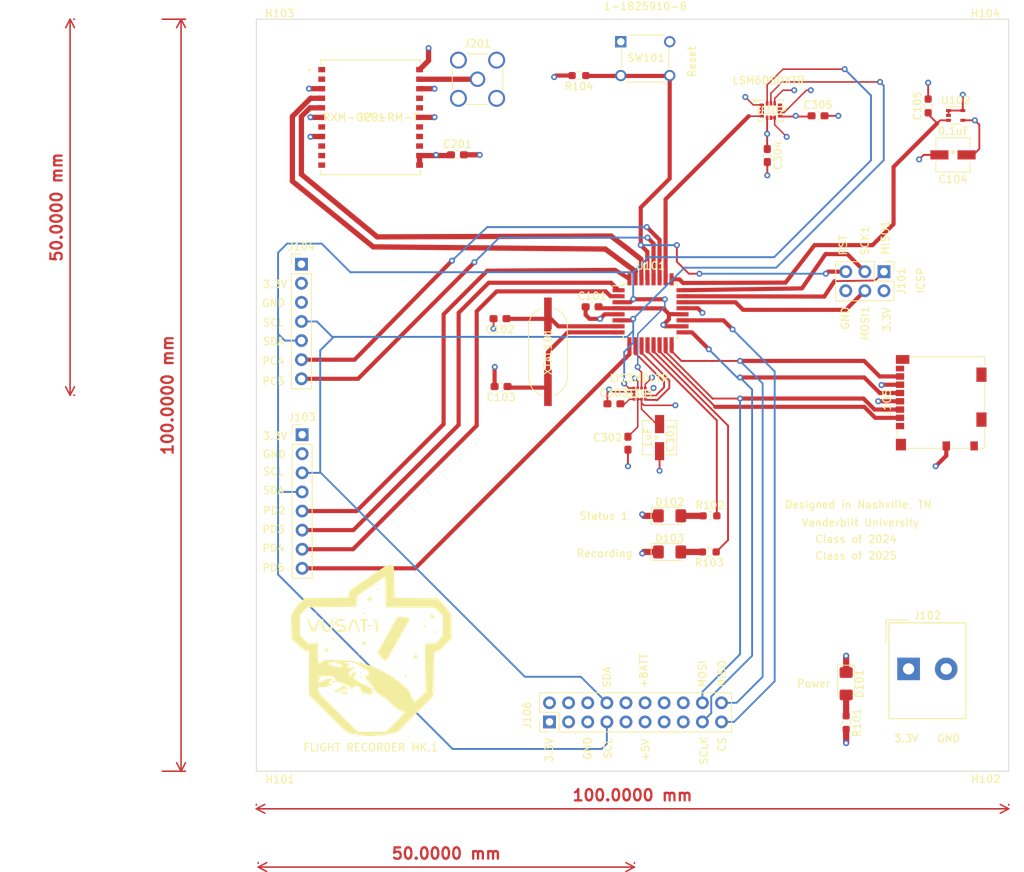
<source format=kicad_pcb>
(kicad_pcb (version 20211014) (generator pcbnew)
  (layers (0 "F.Cu" signal) (1 "In1.Cu" signal) (2 "In2.Cu" signal) (31 "B.Cu" signal) (34 "B.Paste" user) (35 "F.Paste" user) (36 "B.SilkS" user "B.Silkscreen") (37 "F.SilkS" user "F.Silkscreen") (38 "B.Mask" user) (39 "F.Mask" user) (44 "Edge.Cuts" user))
  (net 0 "")
  (net 1 "SDA")
  (net 2 "3.3V")
  (net 3 "Net-(C102-Pad1)")
  (net 4 "Net-(C103-Pad1)")
  (net 5 "/T_OUT1")
  (net 6 "Net-(C303-Pad2)")
  (net 7 "Net-(D101-Pad2)")
  (net 8 "Net-(D102-Pad2)")
  (net 9 "Net-(D103-Pad2)")
  (net 10 "/MISO1")
  (net 11 "/SCK1")
  (net 12 "/MOSI1")
  (net 13 "SCL")
  (net 14 "/PD2")
  (net 15 "/PD3")
  (net 16 "/PD4")
  (net 17 "/PD5")
  (net 20 "/SS SDC")
  (net 21 "/MOSI")
  (net 22 "/SCLK")
  (net 23 "/MISO")
  (net 31 "+5V")
  (net 32 "+BATT")
  (net 37 "/SS UPCB")
  (net 38 "Net-(J201-Pad1)")
  (net 39 "Net-(R102-Pad2)")
  (net 40 "Net-(R103-Pad1)")
  (net 41 "/RST")
  (net 42 "/DRDY")
  (net 43 "/INT_IMU")
  (net 44 "/PC4")
  (net 45 "/INT_MAG")
  (net 46 "GND")
  (net 47 "RX")
  (net 48 "TX")
  (net 62 "/PC5")
  (footprint "Resistor_SMD:R_0603_1608Metric_Pad0.98x0.95mm_HandSolder" (layer "F.Cu") (at 231.3125 147.2 180)
    (fp_text reference "R103")
    (fp_text value "40")
  )
  (footprint "Capacitor_SMD:C_0603_1608Metric_Pad1.08x0.95mm_HandSolder" (layer "F.Cu") (at 220.5 132.7375 -90)
    (fp_text reference "C302")
    (fp_text value "100nF")
  )
  (footprint "Connector_PinHeader_2.54mm:PinHeader_1x07_P2.54mm_Vertical" (layer "F.Cu") (at 177.1075 108.9325)
    (fp_text reference "J104")
    (fp_text value "Conn_01x07")
  )
  (footprint "Capacitor_SMD:C_0603_1608Metric_Pad1.08x0.95mm_HandSolder" (layer "F.Cu") (at 203.6375 125.2 180)
    (fp_text reference "C103")
    (fp_text value "25pF")
  )
  (footprint "LED_SMD:LED_1206_3216Metric_Pad1.42x1.75mm_HandSolder" (layer "F.Cu") (at 249.5 164.725 -90)
    (fp_text reference "D101")
    (fp_text value "RED")
  )
  (footprint "Capacitor_SMD:C_0603_1608Metric_Pad1.08x0.95mm_HandSolder" (layer "F.Cu") (at 197.8399 94.38785)
    (fp_text reference "C201")
    (fp_text value "0.01uF")
  )
  (footprint "Connector_PinHeader_2.54mm:PinHeader_2x10_P2.54mm_Vertical" (layer "F.Cu") (at 210.075 169.8 90)
    (fp_text reference "J106")
    (fp_text value "Conn_02x10_Top_Bottom")
  )
  (footprint "0.1uF P_Cap:UWP1H0R1MCL1GB" (layer "F.Cu") (at 263.7 94.4 180)
    (fp_text reference "C104")
    (fp_text value "0.1uF")
  )
  (footprint "Linx GPS:RXM-GPS-RM-T" (layer "F.Cu") (at 186.3024 89.41)
    (fp_text reference "U201")
    (fp_text value "RXM-GPS-RM-T")
  )
  (footprint "Capacitor_SMD:C_0603_1608Metric_Pad1.08x0.95mm_HandSolder" (layer "F.Cu") (at 215.7375 114.6)
    (fp_text reference "C101")
    (fp_text value "100nF")
  )
  (footprint "Graphics:VUSAT.pretty" (layer "F.Cu") (at 186.912213 161.801051)
    (fp_text reference "G***" hide)
    (fp_text value "LOGO" hide)
  )
  (footprint "0.1uF P_Cap:UWP1H0R1MCL1GB" (layer "F.Cu") (at 224.7 132 -90)
    (fp_text reference "C301")
    (fp_text value "1uF")
  )
  (footprint "Connector_Coaxial:SMA_Amphenol_901-144_Vertical" (layer "F.Cu") (at 200.5075 84.34)
    (fp_text reference "J201")
    (fp_text value "Conn_Coaxial")
  )
  (footprint "3-axis magnetometer:LIS3MDLTR" (layer "F.Cu") (at 222.049999 126.149999)
    (fp_text reference "U301")
    (fp_text value "LIS3MDLTR")
  )
  (footprint "8 Mhz crystal:830010043" (layer "F.Cu") (at 209.865 120.578 90)
    (fp_text reference "XTAL101")
    (fp_text value "830010043" hide)
  )
  (footprint "PushSwitch:1-1825910-8" (layer "F.Cu") (at 226.05 83.850001)
    (fp_text reference "SW101")
    (fp_text value "1-1825910-8")
  )
  (footprint "Resistor_SMD:R_0603_1608Metric_Pad0.98x0.95mm_HandSolder" (layer "F.Cu") (at 213.9875 83.85 180)
    (fp_text reference "R104")
    (fp_text value "10k")
  )
  (footprint "6-axis IMU:LSM6DSOXTR" (layer "F.Cu") (at 239.5 88.5)
    (fp_text reference "U302")
    (fp_text value "LSM6DSOXTR")
  )
  (footprint "Connector_PinHeader_2.54mm:PinHeader_2x03_P2.54mm_Vertical" (layer "F.Cu") (at 254.525 109.925 -90)
    (fp_text reference "J101")
    (fp_text value "ICSP")
  )
  (footprint "LED_SMD:LED_1206_3216Metric_Pad1.42x1.75mm_HandSolder" (layer "F.Cu") (at 226.0375 147.2)
    (fp_text reference "D103")
    (fp_text value "YELLOW")
  )
  (footprint "Connector_PinHeader_2.54mm:PinHeader_1x08_P2.54mm_Vertical" (layer "F.Cu") (at 177.2 131.6)
    (fp_text reference "J103")
    (fp_text value "Conn_01x08")
  )
  (footprint "MountingHole:MountingHole_3.2mm_M3_ISO7380" (layer "F.Cu") (at 268 173.25)
    (fp_text reference "H102")
    (fp_text value "MountingHole")
  )
  (footprint "MountingHole:MountingHole_3.2mm_M3_ISO7380" (layer "F.Cu") (at 174.2 173.25)
    (fp_text reference "H101")
    (fp_text value "MountingHole")
  )
  (footprint "MountingHole:MountingHole_3.2mm_M3_ISO7380" (layer "F.Cu") (at 268 79.45)
    (fp_text reference "H104")
    (fp_text value "MountingHole")
  )
  (footprint "Resistor_SMD:R_0603_1608Metric_Pad0.98x0.95mm_HandSolder" (layer "F.Cu") (at 260.4 87.8875 90)
    (fp_text reference "C105")
    (fp_text value "C")
  )
  (footprint "Resistor_SMD:R_0603_1608Metric_Pad0.98x0.95mm_HandSolder" (layer "F.Cu") (at 231.4 142.4)
    (fp_text reference "R102")
    (fp_text value "40")
  )
  (footprint "Package_TO_SOT_SMD:SOT-353_SC-70-5" (layer "F.Cu") (at 264.05 89.15)
    (fp_text reference "U102")
    (fp_text value "LMT84DCK")
  )
  (footprint "Capacitor_SMD:C_0603_1608Metric_Pad1.08x0.95mm_HandSolder" (layer "F.Cu") (at 218.6375 127.5)
    (fp_text reference "C303")
    (fp_text value "100nF")
  )
  (footprint "LED_SMD:LED_1206_3216Metric_Pad1.42x1.75mm_HandSolder" (layer "F.Cu") (at 226.0375 142.4)
    (fp_text reference "D102")
    (fp_text value "GREEN")
  )
  (footprint "TerminalBlock_Altech:Altech_AK300_1x02_P5.00mm_45-Degree" (layer "F.Cu") (at 257.8 162.75)
    (fp_text reference "J102")
    (fp_text value "Screw_Terminal_01x02")
  )
  (footprint "Connector_Card:microSD_HC_Molex_104031-0811" (layer "F.Cu") (at 262.1075 127.3575 90)
    (fp_text reference "J105")
    (fp_text value "Micro_SD_Card")
  )
  (footprint "Capacitor_SMD:C_0603_1608Metric_Pad1.08x0.95mm_HandSolder" (layer "F.Cu") (at 239.02 94.4825 -90)
    (fp_text reference "C304")
    (fp_text value "100nF")
  )
  (footprint "Resistor_SMD:R_0603_1608Metric_Pad0.98x0.95mm_HandSolder" (layer "F.Cu") (at 249.5 169.9 -90)
    (fp_text reference "R101")
    (fp_text value "40")
  )
  (footprint "Package_QFP:TQFP-32_7x7mm_P0.8mm" (layer "F.Cu") (at 223.5 115.2)
    (fp_text reference "U101")
    (fp_text value "ATmega328PB-A")
  )
  (footprint "MountingHole:MountingHole_3.2mm_M3_ISO7380" (layer "F.Cu") (at 174.2 79.45)
    (fp_text reference "H103")
    (fp_text value "MountingHole")
  )
  (footprint "Capacitor_SMD:C_0603_1608Metric_Pad1.08x0.95mm_HandSolder" (layer "F.Cu") (at 203.5 116.175 180)
    (fp_text reference "C102")
    (fp_text value "25pF")
  )
  (footprint "Capacitor_SMD:C_0603_1608Metric_Pad1.08x0.95mm_HandSolder" (layer "F.Cu") (at 245.7675 89.2)
    (fp_text reference "C305")
    (fp_text value "100nF")
  )
  (gr_rect locked (start 171.1075 76.3575) (end 271.1075 176.3575) (layer "Edge.Cuts") (width 0.1) (fill none))
  (gr_text "RST" (at 249.1 106.4 90) (layer "F.SilkS") (effects (font (size 1 1))))
  (gr_text "MOSI1" (at 252 116.8 90) (layer "F.SilkS") (effects (font (size 1 1))))
  (gr_text "GND" (at 215.135 173.335 90) (layer "F.SilkS") (effects (font (size 1 1))))
  (gr_text "MISO" (at 233 163.4 90) (layer "F.SilkS") (effects (font (size 1 1))))
  (gr_text "GND" (at 173.5 134.2) (layer "F.SilkS") (effects (font (size 1 1))))
  (gr_text "MOSI" (at 230.4 163.4 90) (layer "F.SilkS") (effects (font (size 1 1))))
  (gr_text "Designed in Nashville, TN" (at 251.1 140.9) (layer "F.SilkS") (effects (font (size 1 1))))
  (gr_text "3.3V" (at 257.5 172) (layer "F.SilkS") (effects (font (size 1 1))))
  (gr_text "SCLK" (at 230.6 173.6 90) (layer "F.SilkS") (effects (font (size 1 1))))
  (gr_text "PC5" (at 173.4 124.5) (layer "F.SilkS") (effects (font (size 1 1))))
  (gr_text "Class of 2025" (at 250.8 147.7) (layer "F.SilkS") (effects (font (size 1 1))))
  (gr_text "SDA" (at 173.4 119.2) (layer "F.SilkS") (effects (font (size 1 1))))
  (gr_text "SCL" (at 173.4 136.5) (layer "F.SilkS") (effects (font (size 1 1))))
  (gr_text "3.3V" (at 254.9 116.3 90) (layer "F.SilkS") (effects (font (size 1 1))))
  (gr_text "Reset" (at 229 82 90) (layer "F.SilkS") (effects (font (size 1 1))))
  (gr_text "PC4" (at 173.4 121.8) (layer "F.SilkS") (effects (font (size 1 1))))
  (gr_text "MISO1" (at 254.7 105.4 90) (layer "F.SilkS") (effects (font (size 1 1))))
  (gr_text "CS" (at 233 172.8 90) (layer "F.SilkS") (effects (font (size 1 1))))
  (gr_text "Status 1" (at 217.3 142.4) (layer "F.SilkS") (effects (font (size 1 1))))
  (gr_text "Power" (at 245.2 164.7) (layer "F.SilkS") (effects (font (size 1 1))))
  (gr_text "SDA" (at 173.4 139) (layer "F.SilkS") (effects (font (size 1 1))))
  (gr_text "+BATT" (at 222.6 163 90) (layer "F.SilkS") (effects (font (size 1 1))))
  (gr_text "SCL" (at 173.4 116.7) (layer "F.SilkS") (effects (font (size 1 1))))
  (gr_text "3.3V" (at 173.6 131.8) (layer "F.SilkS") (effects (font (size 1 1))))
  (gr_text "GND" (at 249.4 116.1 90) (layer "F.SilkS") (effects (font (size 1 1))))
  (gr_text "Class of 2024" (at 250.8 145.5) (layer "F.SilkS") (effects (font (size 1 1))))
  (gr_text "Recording" (at 217.4 147.4) (layer "F.SilkS") (effects (font (size 1 1))))
  (gr_text "SCL" (at 217.835 173.335 90) (layer "F.SilkS") (effects (font (size 1 1))))
  (gr_text "SCK1" (at 252 105.8 90) (layer "F.SilkS") (effects (font (size 1 1))))
  (gr_text "3.3V" (at 173.6 111.6) (layer "F.SilkS") (effects (font (size 1 1))))
  (gr_text "+5V" (at 222.835 173.535 90) (layer "F.SilkS") (effects (font (size 1 1))))
  (gr_text "ICSP" (at 259.4 111.1 90) (layer "F.SilkS") (effects (font (size 1 1))))
  (gr_text "Vanderbilt University" (at 251.4 143.3) (layer "F.SilkS") (effects (font (size 1 1))))
  (gr_text "PD2" (at 173.5 141.7) (layer "F.SilkS") (effects (font (size 1 1))))
  (gr_text "GND" (at 173.4 114.1) (layer "F.SilkS") (effects (font (size 1 1))))
  (gr_text "PD5" (at 173.4 149.3) (layer "F.SilkS") (effects (font (size 1 1))))
  (gr_text "3.3V" (at 210.035 173.535 90) (layer "F.SilkS") (effects (font (size 1 1))))
  (gr_text "GND" (at 263.1 172) (layer "F.SilkS") (effects (font (size 1 1))))
  (gr_text "FLIGHT RECORDER MK.1" (at 186.3 173.2) (layer "F.SilkS") (effects (font (size 1 1))))
  (gr_text "PD3" (at 173.4 144.2) (layer "F.SilkS") (effects (font (size 1 1))))
  (gr_text "SDA" (at 217.6925 163.8425 90) (layer "F.SilkS") (effects (font (size 1 1))))
  (gr_text "PD4" (at 173.4 146.7) (layer "F.SilkS") (effects (font (size 1 1))))
  (dimension (type aligned) (layer "F.Cu") (pts (xy 158.1075 76.3575) (xy 158.1075 176.3575)) (height -3) (gr_text "100.0000 mm" (at 159.3075 126.3575 90) (layer "F.Cu") (effects (font (size 1.5 1.5) (thickness 0.3)))) (format (units 3) (units_format 1) (precision 4)) (style (thickness 0.2) (arrow_length 1.27) (text_position_mode 0) (extension_height 0.58642) (extension_offset 0.5) keep_text_aligned))
  (dimension (type aligned) (layer "F.Cu") (pts (xy 146.3575 76.3575) (xy 146.3575 126.3575)) (height 0) (gr_text "50.0000 mm" (at 144.5575 101.3575 90) (layer "F.Cu") (effects (font (size 1.5 1.5) (thickness 0.3)))) (format (units 3) (units_format 1) (precision 4)) (style (thickness 0.2) (arrow_length 1.27) (text_position_mode 0) (extension_height 0.58642) (extension_offset 0.5) keep_text_aligned))
  (dimension (type aligned) (layer "F.Cu") (pts (xy 171.3575 189.1075) (xy 221.3575 189.1075)) (height 0) (gr_text "50.0000 mm" (at 196.3575 187.3075) (layer "F.Cu") (effects (font (size 1.5 1.5) (thickness 0.3)))) (format (units 3) (units_format 1) (precision 4)) (style (thickness 0.2) (arrow_length 1.27) (text_position_mode 0) (extension_height 0.58642) (extension_offset 0.5) keep_text_aligned))
  (dimension (type aligned) (layer "F.Cu") (pts (xy 171.1075 181.3575) (xy 271.1075 181.3575)) (height 0) (gr_text "100.0000 mm" (at 221.1075 179.5575) (layer "F.Cu") (effects (font (size 1.5 1.5) (thickness 0.3)))) (format (units 3) (units_format 1) (precision 4)) (style (thickness 0.2) (arrow_length 1.27) (text_position_mode 0) (extension_height 0.58642) (extension_offset 0.5) keep_text_aligned))
  (segment (start 239.000001 87.5437) (end 239.000001 85.099999) (width 0.2) (layer "F.Cu") (net 1))
  (segment (start 222.299999 123.299999) (end 221.8 122.8) (width 0.2) (layer "F.Cu") (net 1))
  (segment (start 241.1 83) (end 249.3 83) (width 0.2) (layer "F.Cu") (net 1))
  (segment (start 222.299999 125.399998) (end 222.299999 123.299999) (width 0.2) (layer "F.Cu") (net 1))
  (segment (start 239.000001 85.099999) (end 241.1 83) (width 0.2) (layer "F.Cu") (net 1))
  (segment (start 219.25 114) (end 220.8 114) (width 0.55) (layer "F.Cu") (net 1))
  (segment (start 220.8 114) (end 221.2 113.6) (width 0.55) (layer "F.Cu") (net 1))
  (segment (start 225.4 113.6) (end 221.2 113.6) (width 0.55) (layer "F.Cu") (net 1))
  (segment (start 221.8 122.8) (end 221.8 122.6) (width 0.2) (layer "F.Cu") (net 1))
  (via (at 225.4 113.6) (size 0.8) (drill 0.4) (layers "F.Cu" "B.Cu") (net 1))
  (via (at 249.3 83) (size 0.8) (drill 0.4) (layers "F.Cu" "B.Cu") (net 1))
  (via (at 221.225 113.575) (size 0.8) (drill 0.4) (layers "F.Cu" "B.Cu") (net 1))
  (via (at 221.8 122.6) (size 0.8) (drill 0.4) (layers "F.Cu" "B.Cu") (net 1))
  (segment (start 197.2 173.4) (end 174 150.2) (width 0.25) (layer "B.Cu") (net 1))
  (segment (start 174 118.2) (end 174.8925 119.0925) (width 0.25) (layer "B.Cu") (net 1))
  (segment (start 217.695 172.705) (end 217 173.4) (width 0.25) (layer "B.Cu") (net 1))
  (segment (start 221.2 110) (end 221.2 113.6) (width 0.25) (layer "B.Cu") (net 1))
  (segment (start 174.8925 119.0925) (end 177.1075 119.0925) (width 0.25) (layer "B.Cu") (net 1))
  (segment (start 225.4 114.6) (end 225.4 113.6) (width 0.2) (layer "B.Cu") (net 1))
  (segment (start 239.92785 108) (end 223.2 108) (width 0.25) (layer "B.Cu") (net 1))
  (segment (start 252.8 95.12785) (end 252.8 86.5) (width 0.25) (layer "B.Cu") (net 1))
  (segment (start 221.8 118.2) (end 225.4 114.6) (width 0.2) (layer "B.Cu") (net 1))
  (segment (start 223.2 108) (end 221.2 110) (width 0.25) (layer "B.Cu") (net 1))
  (segment (start 221.8 122.6) (end 221.8 118.2) (width 0.2) (layer "B.Cu") (net 1))
  (segment (start 183.6 110) (end 221.2 110) (width 0.25) (layer "B.Cu") (net 1))
  (segment (start 174 107.4) (end 175.2 106.2) (width 0.25) (layer "B.Cu") (net 1))
  (segment (start 179.8 106.2) (end 183.6 110) (width 0.25) (layer "B.Cu") (net 1))
  (segment (start 174.005701 139.22) (end 174 139.214299) (width 0.25) (layer "B.Cu") (net 1))
  (segment (start 252.8 86.5) (end 249.3 83) (width 0.25) (layer "B.Cu") (net 1))
  (segment (start 174 139.214299) (end 174 118.2) (width 0.25) (layer "B.Cu") (net 1))
  (segment (start 252.8 95.12785) (end 239.92785 108) (width 0.25) (layer "B.Cu") (net 1))
  (segment (start 217.695 169.8) (end 217.695 172.705) (width 0.25) (layer "B.Cu") (net 1))
  (segment (start 174 118.2) (end 174 107.4) (width 0.25) (layer "B.Cu") (net 1))
  (segment (start 177.2 139.22) (end 174.005701 139.22) (width 0.25) (layer "B.Cu") (net 1))
  (segment (start 217 173.4) (end 197.2 173.4) (width 0.25) (layer "B.Cu") (net 1))
  (segment (start 174 150.2) (end 174 139.214299) (width 0.25) (layer "B.Cu") (net 1))
  (segment (start 175.2 106.2) (end 179.8 106.2) (width 0.25) (layer "B.Cu") (net 1))
  (segment (start 225.947604 116.252396) (end 225.2 117) (width 0.55) (layer "F.Cu") (net 2))
  (segment (start 194.10455 94.49) (end 195.40025 94.49) (width 0.7) (layer "F.Cu") (net 2))
  (segment (start 219.25 114.8) (end 225.33111 114.811771) (width 0.55) (layer "F.Cu") (net 2))
  (segment (start 241.1 85.8) (end 242.6 85.8) (width 0.2) (layer "F.Cu") (net 2))
  (segment (start 195.4024 94.48785) (end 196.8774 94.48785) (width 0.7) (layer "F.Cu") (net 2))
  (segment (start 225.33111 114.811771) (end 225.33111 114.951884) (width 0.55) (layer "F.Cu") (net 2))
  (segment (start 256.6575 127.1625) (end 253.7625 127.1625) (width 0.55) (layer "F.Cu") (net 2))
  (segment (start 239 93.6) (end 239.02 93.62) (width 0.25) (layer "F.Cu") (net 2))
  (segment (start 226.381952 117.193681) (end 225.393681 117.193681) (width 0.55) (layer "F.Cu") (net 2))
  (segment (start 196.8774 94.48785) (end 196.9774 94.38785) (width 0.25) (layer "F.Cu") (net 2))
  (segment (start 243.235 89.3) (end 244.9 89.3) (width 0.25) (layer "F.Cu") (net 2))
  (segment (start 265 89.8) (end 266.6 89.8) (width 0.25) (layer "F.Cu") (net 2))
  (segment (start 216.8 114.8) (end 216.6 114.6) (width 0.25) (layer "F.Cu") (net 2))
  (segment (start 227.75 117.2) (end 226.381952 117.193681) (width 0.55) (layer "F.Cu") (net 2))
  (segment (start 192.8048 95.76) (end 192.8048 94.49) (width 0.7) (layer "F.Cu") (net 2))
  (segment (start 239 89.3724) (end 239 91.14) (width 0.25) (layer "F.Cu") (net 2))
  (segment (start 222.299999 127.36313) (end 222.636869 127.7) (width 0.2) (layer "F.Cu") (net 2))
  (segment (start 222.299999 126.9) (end 222.299999 127.36313) (width 0.2) (layer "F.Cu") (net 2))
  (segment (start 222.8 124.9) (end 223.7 124) (width 0.2) (layer "F.Cu") (net 2))
  (segment (start 242.79535 89.3) (end 243.315 89.3) (width 0.25) (layer "F.Cu") (net 2))
  (segment (start 225.393681 117.193681) (end 225.2 117) (width 0.55) (layer "F.Cu") (net 2))
  (segment (start 225.33111 114.951884) (end 225.947604 115.568378) (width 0.55) (layer "F.Cu") (net 2))
  (segment (start 219.25 114.8) (end 216.8 114.8) (width 0.55) (layer "F.Cu") (net 2))
  (segment (start 225.947604 115.568378) (end 225.947604 116.252396) (width 0.55) (layer "F.Cu") (net 2))
  (segment (start 213.075 83.85) (end 210.9 83.85) (width 0.55) (layer "F.Cu") (net 2))
  (segment (start 195.40025 94.49) (end 195.4024 94.48785) (width 0.25) (layer "F.Cu") (net 2))
  (segment (start 267.2 90.4) (end 267.2 93.6) (width 0.25) (layer "F.Cu") (net 2))
  (segment (start 266.6 89.8) (end 267.2 90.4) (width 0.25) (layer "F.Cu") (net 2))
  (segment (start 239.999999 86.900001) (end 241.1 85.8) (width 0.2) (layer "F.Cu") (net 2))
  (segment (start 222.636869 127.7) (end 226.8 127.7) (width 0.2) (layer "F.Cu") (net 2))
  (segment (start 249.5 170.8125) (end 249.5 172.6125) (width 0.825) (layer "F.Cu") (net 2))
  (segment (start 221.799999 126.9) (end 221.799999 130.575001) (width 0.2) (layer "F.Cu") (net 2))
  (segment (start 242.52 89.3) (end 242.79535 89.3) (width 0.25) (layer "F.Cu") (net 2))
  (segment (start 224.2966 130.1966) (end 224.7 130.1966) (width 0.2) (layer "F.Cu") (net 2))
  (segment (start 239.999999 87.5437) (end 239.999999 86.900001) (width 0.2) (layer "F.Cu") (net 2))
  (segment (start 239 91.14) (end 239 91.935) (width 0.25) (layer "F.Cu") (net 2))
  (segment (start 222.299999 127.36313) (end 222.299999 128.199999) (width 0.2) (layer "F.Cu") (net 2))
  (segment (start 240.7837 89.3) (end 242.5513 89.3) (width 0.25) (layer "F.Cu") (net 2))
  (segment (start 222.299999 126.9) (end 221.799999 126.9) (width 0.2) (layer "F.Cu") (net 2))
  (segment (start 221.799999 130.575001) (end 220.5 131.875) (width 0.2) (layer "F.Cu") (net 2))
  (segment (start 210.9 83.85) (end 210.7 84.05) (width 0.25) (layer "F.Cu") (net 2))
  (segment (start 225.947604 115.568378) (end 227.75 115.6) (width 0.55) (layer "F.Cu") (net 2))
  (segment (start 222.8 125.399998) (end 222.8 124.9) (width 0.2) (layer "F.Cu") (net 2))
  (segment (start 267.2 93.6) (end 266.4 94.4) (width 0.25) (layer "F.Cu") (net 2))
  (segment (start 239 91.935) (end 239 93.6) (width 0.25) (layer "F.Cu") (net 2))
  (segment (start 222.299999 128.199999) (end 224.2966 130.1966) (width 0.2) (layer "F.Cu") (net 2))
  (segment (start 266.4 94.4) (end 265.5034 94.4) (width 0.25) (layer "F.Cu") (net 2))
  (segment (start 192.8048 94.49) (end 194.10455 94.49) (width 0.7) (layer "F.Cu") (net 2))
  (via (at 242.8 89.2) (size 0.8) (drill 0.4) (layers "F.Cu" "B.Cu") (net 2))
  (via (at 239 91.6) (size 0.8) (drill 0.4) (layers "F.Cu" "B.Cu") (net 2))
  (via (at 225.2 117) (size 0.8) (drill 0.4) (layers "F.Cu" "B.Cu") (net 2))
  (via (at 226.8 127.7) (size 0.8) (drill 0.4) (layers "F.Cu" "B.Cu") (net 2))
  (via (at 242.6 85.8) (size 0.8) (drill 0.4) (layers "F.Cu" "B.Cu") (net 2))
  (via (at 249.5 172.6125) (size 0.8) (drill 0.4) (layers "F.Cu" "B.Cu") (net 2))
  (via (at 253.7625 127.1625) (size 0.8) (drill 0.4) (layers "F.Cu" "B.Cu") (net 2))
  (via (at 210.7 84.05) (size 0.8) (drill 0.4) (layers "F.Cu" "B.Cu") (net 2))
  (via (at 266.6 89.8) (size 0.8) (drill 0.4) (layers "F.Cu" "B.Cu") (net 2))
  (via (at 195 94.4) (size 0.8) (drill 0.4) (layers "F.Cu" "B.Cu") (net 2))
  (via (at 223.7 124) (size 0.8) (drill 0.4) (layers "F.Cu" "B.Cu") (net 2))
  (segment (start 209.743 116.2) (end 204.6 116.2) (width 0.55) (layer "F.Cu") (net 3))
  (segment (start 219.25 117.2) (end 211.2495 117.2) (width 0.55) (layer "F.Cu") (net 3))
  (segment (start 211.2495 117.2) (end 209.865 115.8155) (width 0.55) (layer "F.Cu") (net 3))
  (segment (start 204.722 115.8155) (end 204.3625 116.175) (width 0.25) (layer "F.Cu") (net 3))
  (segment (start 204.6405 125.3405) (end 209.865 125.3405) (width 0.55) (layer "F.Cu") (net 4))
  (segment (start 212.5 118) (end 209.865 120.635) (width 0.55) (layer "F.Cu") (net 4))
  (segment (start 204.5 125.2) (end 204.6405 125.3405) (width 0.25) (layer "F.Cu") (net 4))
  (segment (start 209.865 120.635) (end 209.865 125.3405) (width 0.55) (layer "F.Cu") (net 4))
  (segment (start 219.25 118) (end 212.5 118) (width 0.55) (layer "F.Cu") (net 4))
  (segment (start 241.445464 111.380364) (end 227.823452 111.431288) (width 0.55) (layer "F.Cu") (net 5))
  (segment (start 227.342164 110.95) (end 226.3 110.95) (width 0.55) (layer "F.Cu") (net 5))
  (segment (start 227.823452 111.431288) (end 227.342164 110.95) (width 0.55) (layer "F.Cu") (net 5))
  (segment (start 255.8 96) (end 255.8 103.6) (width 0.55) (layer "F.Cu") (net 5))
  (segment (start 245.3 106.4) (end 241.445464 111.380364) (width 0.55) (layer "F.Cu") (net 5))
  (segment (start 263.1 89.8) (end 262 89.8) (width 0.25) (layer "F.Cu") (net 5))
  (segment (start 255.8 103.6) (end 253 106.4) (width 0.55) (layer "F.Cu") (net 5))
  (segment (start 260.4 89) (end 260.4 88.8) (width 0.25) (layer "F.Cu") (net 5))
  (segment (start 261.6 90.2) (end 260.4 89) (width 0.25) (layer "F.Cu") (net 5))
  (segment (start 253 106.4) (end 245.3 106.4) (width 0.55) (layer "F.Cu") (net 5))
  (segment (start 261.6 90.2) (end 255.8 96) (width 0.55) (layer "F.Cu") (net 5))
  (segment (start 262 89.8) (end 261.6 90.2) (width 0.25) (layer "F.Cu") (net 5))
  (segment (start 221.299998 126.9) (end 220.7 126.9) (width 0.2) (layer "F.Cu") (net 6))
  (segment (start 220.7 126.9) (end 220.1 127.5) (width 0.2) (layer "F.Cu") (net 6))
  (segment (start 220.1 127.5) (end 219.5 127.5) (width 0.2) (layer "F.Cu") (net 6))
  (segment (start 249.5 168.9875) (end 249.5 166.2125) (width 0.825) (layer "F.Cu") (net 7))
  (segment (start 230.4875 142.4) (end 227.525 142.4) (width 0.825) (layer "F.Cu") (net 8))
  (segment (start 230.4 147.2) (end 227.525 147.2) (width 0.825) (layer "F.Cu") (net 9))
  (segment (start 253.350489 111.099511) (end 254.525 109.925) (width 0.25) (layer "F.Cu") (net 10))
  (segment (start 247.946417 111.18632) (end 253.350489 111.099511) (width 0.25) (layer "F.Cu") (net 10))
  (segment (start 246.594329 113.238595) (end 227.75 113.2) (width 0.55) (layer "F.Cu") (net 10))
  (segment (start 247.946417 111.18632) (end 246.594329 113.238595) (width 0.55) (layer "F.Cu") (net 10))
  (segment (start 243.624567 112.152097) (end 246.76334 107.588802) (width 0.55) (layer "F.Cu") (net 11))
  (segment (start 246.76334 107.588802) (end 249.6 107.6) (width 0.55) (layer "F.Cu") (net 11))
  (segment (start 251.985 109.925) (end 249.66 107.6) (width 0.55) (layer "F.Cu") (net 11))
  (segment (start 227.75 112.4) (end 243.624567 112.152097) (width 0.55) (layer "F.Cu") (net 11))
  (segment (start 234.8 114) (end 227.75 114) (width 0.55) (layer "F.Cu") (net 12))
  (segment (start 249.45 115) (end 235.8 115) (width 0.55) (layer "F.Cu") (net 12))
  (segment (start 251.985 112.465) (end 249.45 115) (width 0.55) (layer "F.Cu") (net 12))
  (segment (start 235.8 115) (end 234.8 114) (width 0.55) (layer "F.Cu") (net 12))
  (segment (start 221 116.4) (end 221.2 116.2) (width 0.25) (layer "F.Cu") (net 13))
  (segment (start 221.299998 125.399998) (end 220.599998 125.399998) (width 0.2) (layer "F.Cu") (net 13))
  (segment (start 239.5 86.2) (end 241 84.7) (width 0.2) (layer "F.Cu") (net 13))
  (segment (start 220.599998 125.399998) (end 220 124.8) (width 0.2) (layer "F.Cu") (net 13))
  (segment (start 219.25 116.4) (end 221 116.4) (width 0.55) (layer "F.Cu") (net 13))
  (segment (start 239.5 87.5437) (end 239.5 86.2) (width 0.2) (layer "F.Cu") (net 13))
  (segment (start 241 84.7) (end 254 84.7) (width 0.2) (layer "F.Cu") (net 13))
  (via (at 221.2 116.2) (size 0.8) (drill 0.4) (layers "F.Cu" "B.Cu") (net 13))
  (via (at 254 84.7) (size 0.8) (drill 0.4) (layers "F.Cu" "B.Cu") (net 13))
  (via (at 220 124.8) (size 0.8) (drill 0.4) (layers "F.Cu" "B.Cu") (net 13))
  (segment (start 214.235 163.8) (end 206.8 163.8) (width 0.25) (layer "B.Cu") (net 13))
  (segment (start 177.2 136.68) (end 179.52 136.68) (width 0.25) (layer "B.Cu") (net 13))
  (segment (start 221.2 116.2) (end 228 109.4) (width 0.25) (layer "B.Cu") (net 13))
  (segment (start 220 120.6) (end 220 124.8) (width 0.25) (layer "B.Cu") (net 13))
  (segment (start 181.2 118.6) (end 181.4 118.6) (width 0.25) (layer "B.Cu") (net 13))
  (segment (start 196.6 118.6) (end 220.4 118.6) (width 0.25) (layer "B.Cu") (net 13))
  (segment (start 221.2 116.2) (end 221.2 117.8) (width 0.25) (layer "B.Cu") (net 13))
  (segment (start 220.4 118.6) (end 221.2 117.8) (width 0.25) (layer "B.Cu") (net 13))
  (segment (start 179.1525 116.5525) (end 181.2 118.6) (width 0.25) (layer "B.Cu") (net 13))
  (segment (start 177.1075 116.5525) (end 179.1525 116.5525) (width 0.25) (layer "B.Cu") (net 13))
  (segment (start 228 109.4) (end 240.2 109.4) (width 0.25) (layer "B.Cu") (net 13))
  (segment (start 221.2 119.4) (end 220 120.6) (width 0.25) (layer "B.Cu") (net 13))
  (segment (start 179.52 136.68) (end 179.6 136.6) (width 0.25) (layer "B.Cu") (net 13))
  (segment (start 217.695 167.26) (end 214.235 163.8) (width 0.25) (layer "B.Cu") (net 13))
  (segment (start 254.45 95.15) (end 254.5 95.1) (width 0.25) (layer "B.Cu") (net 13))
  (segment (start 254.5 85.2) (end 254 84.7) (width 0.25) (layer "B.Cu") (net 13))
  (segment (start 179.6 136.6) (end 179.6 120.4) (width 0.25) (layer "B.Cu") (net 13))
  (segment (start 221.2 117.8) (end 221.2 119.4) (width 0.25) (layer "B.Cu") (net 13))
  (segment (start 240.2 109.4) (end 254.45 95.15) (width 0.25) (layer "B.Cu") (net 13))
  (segment (start 254.5 95.1) (end 254.5 85.2) (width 0.25) (layer "B.Cu") (net 13))
  (segment (start 181.4 118.6) (end 196.6 118.6) (width 0.25) (layer "B.Cu") (net 13))
  (segment (start 179.6 136.6) (end 206.8 163.8) (width 0.25) (layer "B.Cu") (net 13))
  (segment (start 179.6 120.4) (end 181.4 118.6) (width 0.25) (layer "B.Cu") (net 13))
  (segment (start 196 130.2) (end 196 115.6) (width 0.55) (layer "F.Cu") (net 14))
  (segment (start 201.8 109.8) (end 218.776993 109.679827) (width 0.55) (layer "F.Cu") (net 14))
  (segment (start 184.44 141.76) (end 196 130.2) (width 0.55) (layer "F.Cu") (net 14))
  (segment (start 177.2 141.76) (end 184.44 141.76) (width 0.55) (layer "F.Cu") (net 14))
  (segment (start 220.7 110.9) (end 220.7 110.95) (width 0.25) (layer "F.Cu") (net 14))
  (segment (start 218.776993 109.679827) (end 220.7 110.9) (width 0.55) (layer "F.Cu") (net 14))
  (segment (start 196 115.6) (end 201.8 109.8) (width 0.55) (layer "F.Cu") (net 14))
  (segment (start 198 130.3) (end 198 115.4) (width 0.55) (layer "F.Cu") (net 15))
  (segment (start 218.25 111.4) (end 219.25 112.4) (width 0.55) (layer "F.Cu") (net 15))
  (segment (start 184 144.3) (end 198 130.3) (width 0.55) (layer "F.Cu") (net 15))
  (segment (start 202 111.4) (end 218.25 111.4) (width 0.55) (layer "F.Cu") (net 15))
  (segment (start 198 115.4) (end 202 111.4) (width 0.55) (layer "F.Cu") (net 15))
  (segment (start 177.2 144.3) (end 184 144.3) (width 0.55) (layer "F.Cu") (net 15))
  (segment (start 177.2 146.84) (end 183.96 146.84) (width 0.55) (layer "F.Cu") (net 16))
  (segment (start 203.049511 112.550489) (end 217.550489 112.550489) (width 0.55) (layer "F.Cu") (net 16))
  (segment (start 183.96 146.84) (end 200.4 130.4) (width 0.55) (layer "F.Cu") (net 16))
  (segment (start 218.2 113.2) (end 219.25 113.2) (width 0.55) (layer "F.Cu") (net 16))
  (segment (start 200.4 115.2) (end 203.049511 112.550489) (width 0.55) (layer "F.Cu") (net 16))
  (segment (start 217.550489 112.550489) (end 218.2 113.2) (width 0.55) (layer "F.Cu") (net 16))
  (segment (start 200.4 130.4) (end 200.4 115.2) (width 0.55) (layer "F.Cu") (net 16))
  (segment (start 192.22 149.38) (end 220.7 120.9) (width 0.55) (layer "F.Cu") (net 17))
  (segment (start 220.7 120.9) (end 220.7 119.45) (width 0.55) (layer "F.Cu") (net 17))
  (segment (start 177.2 149.38) (end 192.22 149.38) (width 0.55) (layer "F.Cu") (net 17))
  (segment (start 251.9 127.9) (end 232.1 127.9) (width 0.55) (layer "F.Cu") (net 20))
  (segment (start 224.7 120.5) (end 232 127.8) (width 0.25) (layer "F.Cu") (net 20))
  (segment (start 256.6575 129.3625) (end 253.3625 129.3625) (width 0.55) (layer "F.Cu") (net 20))
  (segment (start 232.1 127.9) (end 232 127.8) (width 0.25) (layer "F.Cu") (net 20))
  (segment (start 253.3625 129.3625) (end 251.9 127.9) (width 0.55) (layer "F.Cu") (net 20))
  (segment (start 224.7 119.45) (end 224.7 120.5) (width 0.55) (layer "F.Cu") (net 20))
  (segment (start 225.5 120.55) (end 231.775 126.825) (width 0.25) (layer "F.Cu") (net 21))
  (segment (start 253.2625 128.2625) (end 251.8 126.8) (width 0.55) (layer "F.Cu") (net 21))
  (segment (start 231.8 126.8) (end 231.775 126.825) (width 0.25) (layer "F.Cu") (net 21))
  (segment (start 225.5 119.45) (end 225.5 120.55) (width 0.55) (layer "F.Cu") (net 21))
  (segment (start 256.6575 128.2625) (end 253.2625 128.2625) (width 0.55) (layer "F.Cu") (net 21))
  (segment (start 251.8 126.8) (end 235.4 126.8) (width 0.55) (layer "F.Cu") (net 21))
  (segment (start 235.4 126.8) (end 231.8 126.8) (width 0.25) (layer "F.Cu") (net 21))
  (via (at 235.4 126.8) (size 0.8) (drill 0.4) (layers "F.Cu" "B.Cu") (net 21))
  (segment (start 235.4 160.8) (end 235.4 126.8) (width 0.25) (layer "B.Cu") (net 21))
  (segment (start 230.395 165.805) (end 235.4 160.8) (width 0.25) (layer "B.Cu") (net 21))
  (segment (start 230.395 167.26) (end 230.395 165.805) (width 0.25) (layer "B.Cu") (net 21))
  (segment (start 235.4 124) (end 251.9 124) (width 0.55) (layer "F.Cu") (net 22))
  (segment (start 229 118) (end 231.25 120.25) (width 0.55) (layer "F.Cu") (net 22))
  (segment (start 227.75 118) (end 229 118) (width 0.55) (layer "F.Cu") (net 22))
  (segment (start 253.9625 126.0625) (end 256.6575 126.0625) (width 0.55) (layer "F.Cu") (net 22))
  (segment (start 251.9 124) (end 253.9625 126.0625) (width 0.55) (layer "F.Cu") (net 22))
  (via (at 235.4 124) (size 0.8) (drill 0.4) (layers "F.Cu" "B.Cu") (net 22))
  (via (at 231.25 120.25) (size 0.8) (drill 0.4) (layers "F.Cu" "B.Cu") (net 22))
  (segment (start 231.569511 168.625489) (end 231.569511 166.430489) (width 0.25) (layer "B.Cu") (net 22))
  (segment (start 235 124) (end 231.25 120.25) (width 0.25) (layer "B.Cu") (net 22))
  (segment (start 235.4 124) (end 235 124) (width 0.25) (layer "B.Cu") (net 22))
  (segment (start 231.569511 166.430489) (end 237 161) (width 0.25) (layer "B.Cu") (net 22))
  (segment (start 235.4 124) (end 237 125.6) (width 0.25) (layer "B.Cu") (net 22))
  (segment (start 235.4 124) (end 235.6 124) (width 0.25) (layer "B.Cu") (net 22))
  (segment (start 230.395 169.8) (end 231.569511 168.625489) (width 0.25) (layer "B.Cu") (net 22))
  (segment (start 237 125.6) (end 237 126.2) (width 0.25) (layer "B.Cu") (net 22))
  (segment (start 237 126.2) (end 237 161) (width 0.25) (layer "B.Cu") (net 22))
  (segment (start 235.4 121.8) (end 251.8 121.8) (width 0.55) (layer "F.Cu") (net 23))
  (segment (start 227.6 121.8) (end 226.3 120.5) (width 0.25) (layer "F.Cu") (net 23))
  (segment (start 256.6575 123.8625) (end 253.9625 123.8625) (width 0.55) (layer "F.Cu") (net 23))
  (segment (start 253.9625 123.8625) (end 251.9 121.8) (width 0.55) (layer "F.Cu") (net 23))
  (segment (start 235.4 121.8) (end 227.6 121.8) (width 0.25) (layer "F.Cu") (net 23))
  (segment (start 226.3 119.45) (end 226.3 120.5) (width 0.55) (layer "F.Cu") (net 23))
  (via (at 235.4 121.8) (size 0.8) (drill 0.4) (layers "F.Cu" "B.Cu") (net 23))
  (segment (start 238.4 124.8) (end 235.4 121.8) (width 0.25) (layer "B.Cu") (net 23))
  (segment (start 232.935 167.26) (end 234.94 167.26) (width 0.25) (layer "B.Cu") (net 23))
  (segment (start 234.94 167.26) (end 238.4 163.8) (width 0.25) (layer "B.Cu") (net 23))
  (segment (start 238.4 163.8) (end 238.4 124.8) (width 0.25) (layer "B.Cu") (net 23))
  (segment (start 233.2 116.4) (end 234.4 117.6) (width 0.55) (layer "F.Cu") (net 37))
  (segment (start 227.75 116.4) (end 233.2 116.4) (width 0.55) (layer "F.Cu") (net 37))
  (via (at 234.4 117.6) (size 0.8) (drill 0.4) (layers "F.Cu" "B.Cu") (net 37))
  (segment (start 234.6 169.8) (end 240 164.4) (width 0.25) (layer "B.Cu") (net 37))
  (segment (start 240 164.4) (end 240 123.2) (width 0.25) (layer "B.Cu") (net 37))
  (segment (start 232.935 169.8) (end 234.6 169.8) (width 0.25) (layer "B.Cu") (net 37))
  (segment (start 240 123.2) (end 234.4 117.6) (width 0.25) (layer "B.Cu") (net 37))
  (segment (start 200.485 84.3625) (end 200.5075 84.34) (width 0.25) (layer "F.Cu") (net 38))
  (segment (start 200.5075 84.34) (end 192.8148 84.34) (width 0.7) (layer "F.Cu") (net 38))
  (segment (start 192.8148 84.34) (end 192.8048 84.33) (width 0.25) (layer "F.Cu") (net 38))
  (segment (start 223.1 119.45) (end 223.1 120.5) (width 0.55) (layer "F.Cu") (net 39))
  (segment (start 232.3125 129.7125) (end 232.3125 142.4) (width 0.25) (layer "F.Cu") (net 39))
  (segment (start 223.1 120.5) (end 232.3125 129.7125) (width 0.25) (layer "F.Cu") (net 39))
  (segment (start 223.9 119.45) (end 223.9 120.5) (width 0.55) (layer "F.Cu") (net 40))
  (segment (start 233.8 130.4) (end 233.8 145.625) (width 0.25) (layer "F.Cu") (net 40))
  (segment (start 233.8 145.625) (end 232.225 147.2) (width 0.25) (layer "F.Cu") (net 40))
  (segment (start 223.9 120.5) (end 233.8 130.4) (width 0.25) (layer "F.Cu") (net 40))
  (segment (start 226.050001 83.850001) (end 226.050001 97.549999) (width 0.55) (layer "F.Cu") (net 41))
  (segment (start 230 110.2) (end 228.6 110.2) (width 0.25) (layer "F.Cu") (net 41))
  (segment (start 222.2 101.4) (end 222.2 106.4) (width 0.55) (layer "F.Cu") (net 41))
  (segment (start 249.445 109.925) (end 247.075 109.925) (width 0.55) (layer "F.Cu") (net 41))
  (segment (start 214.9 83.85) (end 214.950001 83.900001) (width 0.25) (layer "F.Cu") (net 41))
  (segment (start 223.075489 107.275489) (end 223.075489 110.925489) (width 0.55) (layer "F.Cu") (net 41))
  (segment (start 222.4 106.6) (end 223.075489 107.275489) (width 0.55) (layer "F.Cu") (net 41))
  (segment (start 227 108.6) (end 227 106.4) (width 0.25) (layer "F.Cu") (net 41))
  (segment (start 247.075 109.925) (end 246.8 110.2) (width 0.25) (layer "F.Cu") (net 41))
  (segment (start 219.449999 83.900001) (end 225.950001 83.900001) (width 0.55) (layer "F.Cu") (net 41))
  (segment (start 223.075489 110.925489) (end 223.1 110.95) (width 0.25) (layer "F.Cu") (net 41))
  (segment (start 214.950001 83.900001) (end 219.449999 83.900001) (width 0.55) (layer "F.Cu") (net 41))
  (segment (start 226.050001 97.549999) (end 222.2 101.4) (width 0.55) (layer "F.Cu") (net 41))
  (segment (start 228.6 110.2) (end 227 108.6) (width 0.25) (layer "F.Cu") (net 41))
  (via (at 222.2 106.4) (size 0.8) (drill 0.4) (layers "F.Cu" "B.Cu") (net 41))
  (via (at 246.8 110.2) (size 0.8) (drill 0.4) (layers "F.Cu" "B.Cu") (net 41))
  (via (at 230 110.2) (size 0.8) (drill 0.4) (layers "F.Cu" "B.Cu") (net 41))
  (via (at 227 106.4) (size 0.8) (drill 0.4) (layers "F.Cu" "B.Cu") (net 41))
  (segment (start 227 106.4) (end 222.2 106.4) (width 0.25) (layer "B.Cu") (net 41))
  (segment (start 246.8 110.2) (end 230 110.2) (width 0.25) (layer "B.Cu") (net 41))
  (segment (start 221.5 119.45) (end 221.5 120.775386) (width 0.55) (layer "F.Cu") (net 42))
  (segment (start 221.5 120.775386) (end 225.3 124.575386) (width 0.25) (layer "F.Cu") (net 42))
  (segment (start 225.3 124.575386) (end 225.3 125.3) (width 0.25) (layer "F.Cu") (net 42))
  (segment (start 225.3 125.3) (end 224.200001 126.399999) (width 0.25) (layer "F.Cu") (net 42))
  (segment (start 222.8 126.399999) (end 224.200001 126.399999) (width 0.2) (layer "F.Cu") (net 42))
  (segment (start 225.5 100.3) (end 225.5 110.95) (width 0.55) (layer "F.Cu") (net 43))
  (segment (start 238.2897 89.250001) (end 236.549999 89.250001) (width 0.2) (layer "F.Cu") (net 43))
  (segment (start 236.549999 89.250001) (end 225.5 100.3) (width 0.55) (layer "F.Cu") (net 43))
  (segment (start 184.1675 121.6325) (end 177.1075 121.6325) (width 0.55) (layer "F.Cu") (net 44))
  (segment (start 224.7 105.7) (end 224.7 110.95) (width 0.55) (layer "F.Cu") (net 44))
  (segment (start 197.109123 108.47268) (end 184.1675 121.6325) (width 0.55) (layer "F.Cu") (net 44))
  (segment (start 223 104) (end 224.7 105.7) (width 0.55) (layer "F.Cu") (net 44))
  (via (at 223 104) (size 0.8) (drill 0.4) (layers "F.Cu" "B.Cu") (net 44))
  (via (at 197.109123 108.47268) (size 0.8) (drill 0.4) (layers "F.Cu" "B.Cu") (net 44))
  (segment (start 201.8 104) (end 223 104) (width 0.25) (layer "B.Cu") (net 44))
  (segment (start 197.109123 108.47268) (end 201.8 104) (width 0.25) (layer "B.Cu") (net 44))
  (segment (start 222.3 120.7) (end 226 124.4) (width 0.25) (layer "F.Cu") (net 45))
  (segment (start 222.3 119.45) (end 222.3 120.7) (width 0.55) (layer "F.Cu") (net 45))
  (segment (start 224.2 127) (end 224.175489 126.975489) (width 0.25) (layer "F.Cu") (net 45))
  (segment (start 224.175489 126.975489) (end 223 126.975489) (width 0.25) (layer "F.Cu") (net 45))
  (segment (start 224.4 127) (end 224.2 127) (width 0.25) (layer "F.Cu") (net 45))
  (segment (start 226 125.4) (end 224.4 127) (width 0.25) (layer "F.Cu") (net 45))
  (segment (start 226 124.4) (end 226 125.4) (width 0.25) (layer "F.Cu") (net 45))
  (segment (start 224.7 133.8034) (end 224.7 136.4) (width 0.25) (layer "F.Cu") (net 46))
  (segment (start 202.775 125.2) (end 202.775 122.625) (width 0.55) (layer "F.Cu") (net 46))
  (segment (start 194.48025 89.41) (end 194.5024 89.38785) (width 0.25) (layer "F.Cu") (net 46))
  (segment (start 215.4 116.2) (end 216.8 116.2) (width 0.55) (layer "F.Cu") (net 46))
  (segment (start 261.8966 94.4) (end 259.8 94.4) (width 0.25) (layer "F.Cu") (net 46))
  (segment (start 238.2897 88.75) (end 238.2897 88.25) (width 0.2) (layer "F.Cu") (net 46))
  (segment (start 223.400001 125.899999) (end 223.9 125.4) (width 0.2) (layer "F.Cu") (net 46))
  (segment (start 217.775 125.825) (end 218 125.6) (width 0.25) (layer "F.Cu") (net 46))
  (segment (start 202.6375 116.175) (end 202.6375 117.486509) (width 0.25) (layer "F.Cu") (net 46))
  (segment (start 214.875 114.6) (end 214.875 115.675) (width 0.55) (layer "F.Cu") (net 46))
  (segment (start 238.2897 87.749999) (end 237.149999 87.749999) (width 0.2) (layer "F.Cu") (net 46))
  (segment (start 178.32455 89.41) (end 178.3024 89.38785) (width 0.25) (layer "F.Cu") (net 46))
  (segment (start 229.8 114.8) (end 230.4 115.4) (width 0.55) (layer "F.Cu") (net 46))
  (segment (start 238.2897 88.25) (end 238.2897 87.749999) (width 0.2) (layer "F.Cu") (net 46))
  (segment (start 221.299998 125.899999) (end 218.299999 125.899999) (width 0.2) (layer "F.Cu") (net 46))
  (segment (start 222.6 147.2) (end 222.4 147.4) (width 0.25) (layer "F.Cu") (net 46))
  (segment (start 192.6016 89.41) (end 194.77785 89.41) (width 0.7) (layer "F.Cu") (net 46))
  (segment (start 192.8048 85.6) (end 194.8 85.6) (width 0.7) (layer "F.Cu") (net 46))
  (segment (start 224.55 142.4) (end 222.6 142.4) (width 0.825) (layer "F.Cu") (net 46))
  (segment (start 244.22338 85.8) (end 244.8 85.8) (width 0.2) (layer "F.Cu") (net 46))
  (segment (start 200.78785 94.38785) (end 200.8 94.4) (width 0.25) (layer "F.Cu") (net 46))
  (segment (start 217.775 127.5) (end 217.775 125.825) (width 0.25) (layer "F.Cu") (net 46))
  (segment (start 221.800002 125.399998) (end 221.82472 125.37528) (width 0.2) (layer "F.Cu") (net 46))
  (segment (start 237.149999 87.749999) (end 236.1 86.7) (width 0.2) (layer "F.Cu") (net 46))
  (segment (start 249.5 163.2375) (end 249.5 161.0125) (width 0.825) (layer "F.Cu") (net 46))
  (segment (start 180.0032 89.41) (end 178.32455 89.41) (width 0.7) (layer "F.Cu") (net 46))
  (segment (start 178.11455 85.6) (end 178.1024 85.58785) (width 0.25) (layer "F.Cu") (net 46))
  (segment (start 179.8 85.6) (end 178.11455 85.6) (width 0.7) (layer "F.Cu") (net 46))
  (segment (start 198.7024 94.38785) (end 200.78785 94.38785) (width 0.7) (layer "F.Cu") (net 46))
  (segment (start 194 81.8648) (end 194 80.2) (width 0.7) (layer "F.Cu") (net 46))
  (segment (start 221.299998 126.399999) (end 221.299998 125.899999) (width 0.2) (layer "F.Cu") (net 46))
  (segment (start 192.8048 83.06) (end 194 81.8648) (width 0.7) (layer "F.Cu") (net 46))
  (segment (start 239.999999 89.4563) (end 239.999999 90.399999) (width 0.2) (layer "F.Cu") (net 46))
  (segment (start 259.8 94.4) (end 259.2 95) (width 0.25) (layer "F.Cu") (net 46))
  (segment (start 239.5 89.4563) (end 239.999999 89.4563) (width 0.2) (layer "F.Cu") (net 46))
  (segment (start 240.7103 88.75) (end 241.27338 88.75) (width 0.2) (layer "F.Cu") (net 46))
  (segment (start 214.875 115.675) (end 215.4 116.2) (width 0.55) (layer "F.Cu") (net 46))
  (segment (start 260.4 84.8) (end 260.4 86.975) (width 0.25) (layer "F.Cu") (net 46))
  (segment (start 227.75 114.8) (end 229.8 114.8) (width 0.55) (layer "F.Cu") (net 46))
  (segment (start 246.68 89.2) (end 248.455 89.2) (width 0.25) (layer "F.Cu") (net 46))
  (segment (start 263.1 88.5) (end 263.1 89.15) (width 0.25) (layer "F.Cu") (net 46))
  (segment (start 194.77785 89.41) (end 194.8 89.38785) (width 0.25) (layer "F.Cu") (net 46))
  (segment (start 220.5 133.6) (end 220.5 135.8) (width 0.25) (layer "F.Cu") (net 46))
  (segment (start 179.8 91.95) (end 178.34025 91.95) (width 0.7) (layer "F.Cu") (net 46))
  (segment (start 221.799999 125.399998) (end 221.799999 124.499999) (width 0.2) (layer "F.Cu") (net 46))
  (segment (start 265 86.4) (end 265 88.5) (width 0.25) (layer "F.Cu") (net 46))
  (segment (start 254.2375 124.9625) (end 254.2 125) (width 0.25) (layer "F.Cu") (net 46))
  (segment (start 221.799999 125.399998) (end 221.800002 125.399998) (width 0.2) (layer "F.Cu") (net 46))
  (segment (start 256.6575 124.9625) (end 254.2375 124.9625) (width 0.55) (layer "F.Cu") (net 46))
  (segment (start 222.8 125.899999) (end 223.400001 125.899999) (width 0.2) (layer "F.Cu") (net 46))
  (segment (start 262.8075 134.3925) (end 261.4 135.8) (width 0.55) (layer "F.Cu") (net 46))
  (segment (start 265 88.5) (end 263.1 88.5) (width 0.25) (layer "F.Cu") (net 46))
  (segment (start 216.8 116.2) (end 217.4 115.6) (width 0.55) (layer "F.Cu") (net 46))
  (segment (start 239.02 95.345) (end 239.02 97.12) (width 0.25) (layer "F.Cu") (net 46))
  (segment (start 217.4 115.6) (end 219.25 115.6) (width 0.55) (layer "F.Cu") (net 46))
  (segment (start 241.27338 88.75) (end 244.22338 85.8) (width 0.2) (layer "F.Cu") (net 46))
  (segment (start 239.999999 90.399999) (end 241.6 92) (width 0.2) (layer "F.Cu") (net 46))
  (segment (start 202.8 122.6) (end 202.775 122.625) (width 0.25) (layer "F.Cu") (net 46))
  (segment (start 224.55 147.2) (end 222.6 147.2) (width 0.825) (layer "F.Cu") (net 46))
  (segment (start 222.6 142.4) (end 222.4 142.2) (width 0.25) (layer "F.Cu") (net 46))
  (segment (start 178.34025 91.95) (end 178.3024 91.98785) (width 0.25) (layer "F.Cu") (net 46))
  (segment (start 218.299999 125.899999) (end 218 125.6) (width 0.2) (layer "F.Cu") (net 46))
  (segment (start 221.799999 124.499999) (end 221.4 124.1) (width 0.2) (layer "F.Cu") (net 46))
  (segment (start 202.6375 117.486509) (end 202.617348 117.506661) (width 0.25) (layer "F.Cu") (net 46))
  (segment (start 262.8075 133.0975) (end 262.8075 134.3925) (width 0.55) (layer "F.Cu") (net 46))
  (via (at 260.4 84.8) (size 0.8) (drill 0.4) (layers "F.Cu" "B.Cu") (net 46))
  (via (at 244.8 85.8) (size 0.8) (drill 0.4) (layers "F.Cu" "B.Cu") (net 46))
  (via (at 178.1024 85.58785) (size 0.8) (drill 0.4) (layers "F.Cu" "B.Cu") (net 46))
  (via (at 224.7 136.4) (size 0.8) (drill 0.4) (layers "F.Cu" "B.Cu") (net 46))
  (via (at 241.6 92) (size 0.8) (drill 0.4) (layers "F.Cu" "B.Cu") (net 46))
  (via (at 265 86.4) (size 0.8) (drill 0.4) (layers "F.Cu" "B.Cu") (net 46))
  (via (at 222.4 142.2) (size 0.8) (drill 0.4) (layers "F.Cu" "B.Cu") (net 46))
  (via (at 254.2 125) (size 0.8) (drill 0.4) (layers "F.Cu" "B.Cu") (net 46))
  (via (at 220.5 135.8) (size 0.8) (drill 0.4) (layers "F.Cu" "B.Cu") (net 46))
  (via (at 221.4 124.1) (size 0.8) (drill 0.4) (layers "F.Cu" "B.Cu") (net 46))
  (via (at 202.8 122.6) (size 0.8) (drill 0.4) (layers "F.Cu" "B.Cu") (net 46))
  (via (at 202.617348 117.506661) (size 0.8) (drill 0.4) (layers "F.Cu" "B.Cu") (net 46))
  (via (at 194.8 89.38785) (size 0.8) (drill 0.4) (layers "F.Cu" "B.Cu") (net 46))
  (via (at 223.9 125.4) (size 0.8) (drill 0.4) (layers "F.Cu" "B.Cu") (net 46))
  (via (at 194.8 85.6) (size 0.8) (drill 0.4) (layers "F.Cu" "B.Cu") (net 46))
  (via (at 248.455 89.2) (size 0.8) (drill 0.4) (layers "F.Cu" "B.Cu") (net 46))
  (via (at 239.02 97.12) (size 0.8) (drill 0.4) (layers "F.Cu" "B.Cu") (net 46))
  (via (at 216.8 116.2) (size 0.8) (drill 0.4) (layers "F.Cu" "B.Cu") (net 46))
  (via (at 259.2 95) (size 0.8) (drill 0.4) (layers "F.Cu" "B.Cu") (net 46))
  (via (at 200.8 94.4) (size 0.8) (drill 0.4) (layers "F.Cu" "B.Cu") (net 46))
  (via (at 194 80.2) (size 0.8) (drill 0.4) (layers "F.Cu" "B.Cu") (net 46))
  (via (at 178.3024 91.98785) (size 0.8) (drill 0.4) (layers "F.Cu" "B.Cu") (net 46))
  (via (at 261.4 135.8) (size 0.8) (drill 0.4) (layers "F.Cu" "B.Cu") (net 46))
  (via (at 222.4 147.4) (size 0.8) (drill 0.4) (layers "F.Cu" "B.Cu") (net 46))
  (via (at 218 125.6) (size 0.8) (drill 0.4) (layers "F.Cu" "B.Cu") (net 46))
  (via (at 249.5 161.0125) (size 0.8) (drill 0.4) (layers "F.Cu" "B.Cu") (net 46))
  (via (at 178.3024 89.38785) (size 0.8) (drill 0.4) (layers "F.Cu" "B.Cu") (net 46))
  (via (at 230.4 115.4) (size 0.8) (drill 0.4) (layers "F.Cu" "B.Cu") (net 46))
  (via (at 236.1 86.7) (size 0.8) (drill 0.4) (layers "F.Cu" "B.Cu") (net 46))
  (segment (start 177.1024 89.28785) (end 177.1024 96.98785) (width 0.7) (layer "F.Cu") (net 47))
  (segment (start 222.227693 108.27214) (end 222.3 110.95) (width 0.55) (layer "F.Cu") (net 47))
  (segment (start 179.8 88.14) (end 178.25025 88.14) (width 0.7) (layer "F.Cu") (net 47))
  (segment (start 178.25025 88.14) (end 177.1024 89.28785) (width 0.7) (layer "F.Cu") (net 47))
  (segment (start 220.229716 106.694028) (end 218.280736 105.223716) (width 0.7) (layer "F.Cu") (net 47))
  (segment (start 187.184936 105.303279) (end 218.280736 105.185328) (width 0.7) (layer "F.Cu") (net 47))
  (segment (start 222.227693 108.27214) (end 220.229716 106.694028) (width 0.7) (layer "F.Cu") (net 47))
  (segment (start 177.1024 96.98785) (end 187.184936 105.303279) (width 0.7) (layer "F.Cu") (net 47))
  (segment (start 186.647014 106.629702) (end 217.489773 106.921498) (width 0.7) (layer "F.Cu") (net 48))
  (segment (start 221.5 109.9) (end 221.5 110.95) (width 0.55) (layer "F.Cu") (net 48))
  (segment (start 179.8 86.87) (end 178.32025 86.87) (width 0.7) (layer "F.Cu") (net 48))
  (segment (start 217.489773 106.921498) (end 221.5 109.9) (width 0.7) (layer "F.Cu") (net 48))
  (segment (start 175.9024 97.9024) (end 186.647014 106.629702) (width 0.7) (layer "F.Cu") (net 48))
  (segment (start 178.32025 86.87) (end 175.9024 89.28785) (width 0.7) (layer "F.Cu") (net 48))
  (segment (start 175.9024 89.28785) (end 175.9024 97.9024) (width 0.7) (layer "F.Cu") (net 48))
  (segment (start 200.091135 108.678754) (end 184.6275 124.1725) (width 0.55) (layer "F.Cu") (net 62))
  (segment (start 184.6275 124.1725) (end 177.1075 124.1725) (width 0.55) (layer "F.Cu") (net 62))
  (segment (start 200.091135 108.678754) (end 199.6 109.2) (width 0.25) (layer "F.Cu") (net 62))
  (segment (start 223.9 110.95) (end 223.9 106.2) (width 0.55) (layer "F.Cu") (net 62))
  (segment (start 223.9 106.2) (end 223.1 105.4) (width 0.55) (layer "F.Cu") (net 62))
  (via (at 200.091135 108.678754) (size 0.8) (drill 0.4) (layers "F.Cu" "B.Cu") (net 62))
  (via (at 223.1 105.4) (size 0.8) (drill 0.4) (layers "F.Cu" "B.Cu") (net 62))
  (segment (start 200.091135 108.678754) (end 203.4 105.4) (width 0.25) (layer "B.Cu") (net 62))
  (segment (start 203.4 105.4) (end 223.1 105.4) (width 0.25) (layer "B.Cu") (net 62))
)
</source>
